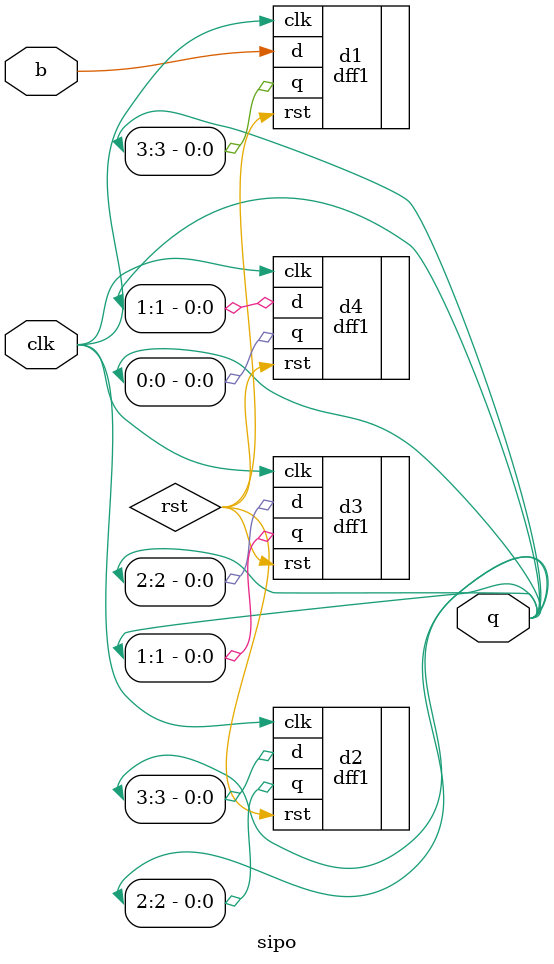
<source format=v>
module sipo(
    input clk,b,
    output [3:0]q
    );
    dff1 d1(.clk(clk),.d(b),.q(q[3]),.rst(rst));
    dff1 d2(.clk(clk),.d(q[3]),.q(q[2]),.rst(rst));
    dff1 d3(.clk(clk),.d(q[2]),.q(q[1]),.rst(rst));
    dff1 d4(.clk(clk),.d(q[1]),.q(q[0]),.rst(rst));
    
endmodule
</source>
